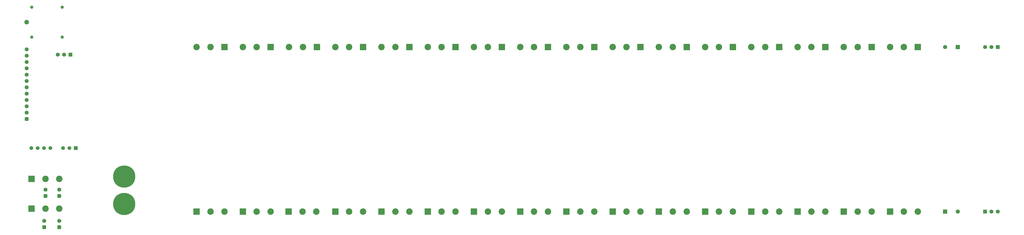
<source format=gbr>
G04*
G04 #@! TF.GenerationSoftware,Altium Limited,Altium Designer,24.1.2 (44)*
G04*
G04 Layer_Color=255*
%FSLAX25Y25*%
%MOIN*%
G70*
G04*
G04 #@! TF.SameCoordinates,29FF4F4E-3C6D-470F-9DA1-2895E510F6E9*
G04*
G04*
G04 #@! TF.FilePolarity,Positive*
G04*
G01*
G75*
%ADD45C,0.10236*%
%ADD46R,0.10236X0.10236*%
%ADD67C,0.06299*%
G04:AMPARAMS|DCode=68|XSize=62.99mil|YSize=62.99mil|CornerRadius=15.75mil|HoleSize=0mil|Usage=FLASHONLY|Rotation=90.000|XOffset=0mil|YOffset=0mil|HoleType=Round|Shape=RoundedRectangle|*
%AMROUNDEDRECTD68*
21,1,0.06299,0.03150,0,0,90.0*
21,1,0.03150,0.06299,0,0,90.0*
1,1,0.03150,0.01575,0.01575*
1,1,0.03150,0.01575,-0.01575*
1,1,0.03150,-0.01575,-0.01575*
1,1,0.03150,-0.01575,0.01575*
%
%ADD68ROUNDEDRECTD68*%
%ADD69C,0.35000*%
%ADD70R,0.06299X0.06299*%
%ADD71R,0.06555X0.06555*%
%ADD72C,0.06555*%
%ADD73C,0.07244*%
%ADD74C,0.05118*%
%ADD75R,0.05906X0.05906*%
%ADD76C,0.05906*%
%ADD77C,0.06299*%
%ADD78R,0.06299X0.06299*%
D45*
X2175669Y381890D02*
D03*
X2153779D02*
D03*
X2248504D02*
D03*
X2226614D02*
D03*
X1665827D02*
D03*
X1643937D02*
D03*
X1592992D02*
D03*
X1571102D02*
D03*
X2059055Y641732D02*
D03*
X2080945D02*
D03*
X2204724D02*
D03*
X2226614D02*
D03*
X2030000Y381890D02*
D03*
X2008110D02*
D03*
X2102835D02*
D03*
X2080945D02*
D03*
X1884331D02*
D03*
X1862441D02*
D03*
X1957165D02*
D03*
X1935276D02*
D03*
X1738661D02*
D03*
X1716772D02*
D03*
X1811496D02*
D03*
X1789606D02*
D03*
X1447323D02*
D03*
X1425433D02*
D03*
X1520158D02*
D03*
X1498268D02*
D03*
X1300866Y381890D02*
D03*
X1278976D02*
D03*
X1374488Y381890D02*
D03*
X1352598D02*
D03*
X1155984D02*
D03*
X1134095D02*
D03*
X1228819D02*
D03*
X1206929D02*
D03*
X2131890Y641732D02*
D03*
X2153779D02*
D03*
X1986221D02*
D03*
X2008110D02*
D03*
X1767716D02*
D03*
X1789606D02*
D03*
X1694882D02*
D03*
X1716772D02*
D03*
X1913386D02*
D03*
X1935276D02*
D03*
X1840551D02*
D03*
X1862441D02*
D03*
X1622047D02*
D03*
X1643937D02*
D03*
X1549213D02*
D03*
X1571102D02*
D03*
X1476378D02*
D03*
X1498268D02*
D03*
X1403543D02*
D03*
X1425433D02*
D03*
X895905Y433642D02*
D03*
X874016D02*
D03*
X895905Y386398D02*
D03*
X874016D02*
D03*
X1330709Y641732D02*
D03*
X1352598D02*
D03*
X1257874Y641732D02*
D03*
X1279764D02*
D03*
X1185039Y641732D02*
D03*
X1206929D02*
D03*
X1112205D02*
D03*
X1134095D02*
D03*
D46*
X2131890Y381890D02*
D03*
X2204724D02*
D03*
X1622047D02*
D03*
X1549213D02*
D03*
X2102835Y641732D02*
D03*
X2248504D02*
D03*
X1986221Y381890D02*
D03*
X2059055D02*
D03*
X1840551D02*
D03*
X1913386D02*
D03*
X1694882D02*
D03*
X1767716D02*
D03*
X1403543D02*
D03*
X1476378D02*
D03*
X1257087Y381890D02*
D03*
X1330709Y381890D02*
D03*
X1112205D02*
D03*
X1185039D02*
D03*
X2175669Y641732D02*
D03*
X2030000D02*
D03*
X1811496D02*
D03*
X1738661D02*
D03*
X1957165D02*
D03*
X1884331D02*
D03*
X1665827D02*
D03*
X1592992D02*
D03*
X1520158D02*
D03*
X1447323D02*
D03*
X852126Y433642D02*
D03*
Y386398D02*
D03*
X1374488Y641732D02*
D03*
X1301653Y641732D02*
D03*
X1228819Y641732D02*
D03*
X1155984D02*
D03*
D67*
X895669Y416417D02*
D03*
Y367205D02*
D03*
X844488Y638110D02*
D03*
Y628110D02*
D03*
Y618110D02*
D03*
Y598110D02*
D03*
Y588110D02*
D03*
Y568110D02*
D03*
Y548110D02*
D03*
Y538110D02*
D03*
Y558110D02*
D03*
Y578110D02*
D03*
Y608110D02*
D03*
X874016Y416417D02*
D03*
X872047Y367205D02*
D03*
X893543Y629921D02*
D03*
X903543D02*
D03*
D68*
X895669Y406417D02*
D03*
Y357205D02*
D03*
X844488Y528110D02*
D03*
X874016Y406417D02*
D03*
X872047Y357205D02*
D03*
D69*
X998032Y437008D02*
D03*
Y393701D02*
D03*
D70*
X913543Y629921D02*
D03*
D71*
X2291339Y381890D02*
D03*
X2311339Y641732D02*
D03*
D72*
Y381890D02*
D03*
X2291339Y641732D02*
D03*
D73*
X844488Y681102D02*
D03*
D74*
X852362Y704724D02*
D03*
Y657480D02*
D03*
X900394Y704724D02*
D03*
Y657480D02*
D03*
D75*
X921890Y482283D02*
D03*
D76*
X911890D02*
D03*
X901890D02*
D03*
X881890D02*
D03*
X871890D02*
D03*
X861890D02*
D03*
X851890D02*
D03*
D77*
X2374331Y381890D02*
D03*
X2364331D02*
D03*
X2354331Y641732D02*
D03*
X2364331D02*
D03*
D78*
X2354331Y381890D02*
D03*
X2374331Y641732D02*
D03*
M02*

</source>
